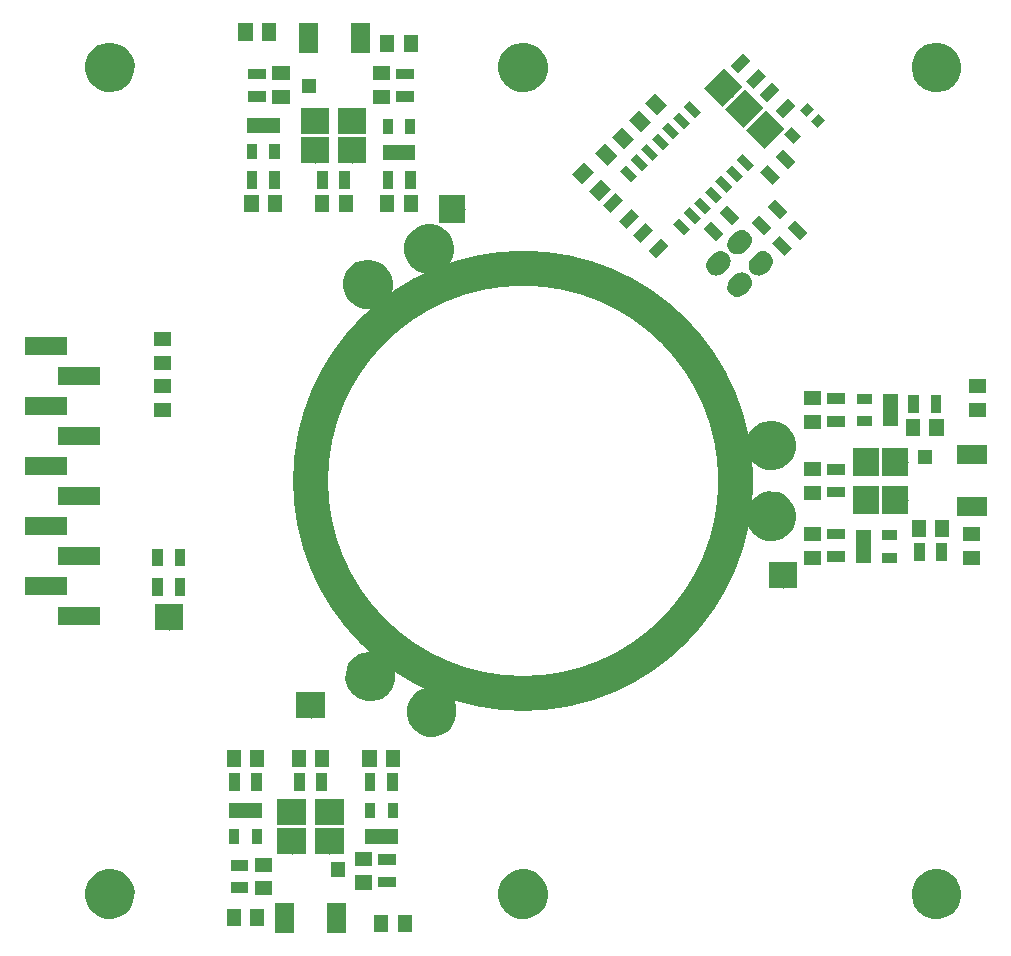
<source format=gbs>
G04 #@! TF.FileFunction,Soldermask,Bot*
%FSLAX46Y46*%
G04 Gerber Fmt 4.6, Leading zero omitted, Abs format (unit mm)*
G04 Created by KiCad (PCBNEW 4.0.2-stable) date Mon 19 Sep 2016 06:41:33 PM CEST*
%MOMM*%
G01*
G04 APERTURE LIST*
%ADD10C,0.100000*%
%ADD11C,3.000000*%
%ADD12C,0.250000*%
%ADD13C,0.200000*%
G04 APERTURE END LIST*
D10*
D11*
X118000000Y-100000000D02*
G75*
G03X118000000Y-100000000I-18000000J0D01*
G01*
D12*
X70000000Y-110500000D02*
X70000000Y-112500000D01*
X128000000Y-101600000D02*
X130000000Y-101600000D01*
X132500000Y-101600000D02*
X130500000Y-101600000D01*
X132500000Y-98400000D02*
X130500000Y-98400000D01*
X128000000Y-98400000D02*
X130000000Y-98400000D01*
X85500000Y-73000000D02*
X85500000Y-71000000D01*
X85500000Y-68500000D02*
X85500000Y-70500000D01*
X82400000Y-68500000D02*
X82400000Y-70500000D01*
X82400000Y-73000000D02*
X82400000Y-71000000D01*
X80400000Y-127000000D02*
X80400000Y-129000000D01*
X80400000Y-131500000D02*
X80400000Y-129500000D01*
X83600000Y-131500000D02*
X83600000Y-129500000D01*
X83600000Y-127000000D02*
X83600000Y-129000000D01*
X117651651Y-67415107D02*
X116237437Y-66000893D01*
X119419418Y-69182874D02*
X118005204Y-67768660D01*
X121187185Y-70950641D02*
X119772971Y-69536427D01*
X82000000Y-118000000D02*
X82000000Y-120000000D01*
X95000000Y-77000000D02*
X93000000Y-77000000D01*
X122000000Y-109000000D02*
X122000000Y-107000000D01*
D13*
X84300000Y-132400000D02*
X84300000Y-133400000D01*
X81900000Y-67100000D02*
X81900000Y-66100000D01*
X133500000Y-98000000D02*
X134500000Y-98000000D01*
D10*
G36*
X85000000Y-138250000D02*
X83400000Y-138250000D01*
X83400000Y-135750000D01*
X85000000Y-135750000D01*
X85000000Y-138250000D01*
X85000000Y-138250000D01*
G37*
G36*
X80600000Y-138250000D02*
X79000000Y-138250000D01*
X79000000Y-135750000D01*
X80600000Y-135750000D01*
X80600000Y-138250000D01*
X80600000Y-138250000D01*
G37*
G36*
X90600000Y-138225000D02*
X89400000Y-138225000D01*
X89400000Y-136775000D01*
X90600000Y-136775000D01*
X90600000Y-138225000D01*
X90600000Y-138225000D01*
G37*
G36*
X88600000Y-138225000D02*
X87400000Y-138225000D01*
X87400000Y-136775000D01*
X88600000Y-136775000D01*
X88600000Y-138225000D01*
X88600000Y-138225000D01*
G37*
G36*
X76100000Y-137725000D02*
X74900000Y-137725000D01*
X74900000Y-136275000D01*
X76100000Y-136275000D01*
X76100000Y-137725000D01*
X76100000Y-137725000D01*
G37*
G36*
X78100000Y-137725000D02*
X76900000Y-137725000D01*
X76900000Y-136275000D01*
X78100000Y-136275000D01*
X78100000Y-137725000D01*
X78100000Y-137725000D01*
G37*
G36*
X135220572Y-132901396D02*
X135623992Y-132984206D01*
X136003642Y-133143796D01*
X136345070Y-133374092D01*
X136635259Y-133666314D01*
X136863164Y-134009341D01*
X137020100Y-134390094D01*
X137100006Y-134793653D01*
X137100006Y-134793659D01*
X137100090Y-134794084D01*
X137093522Y-135264473D01*
X137093427Y-135264890D01*
X137093427Y-135264902D01*
X137002283Y-135666070D01*
X136834776Y-136042297D01*
X136597382Y-136378826D01*
X136299148Y-136662830D01*
X135951423Y-136883503D01*
X135567463Y-137032432D01*
X135161891Y-137103945D01*
X134750150Y-137095319D01*
X134347926Y-137006885D01*
X133970534Y-136842006D01*
X133632362Y-136606972D01*
X133346278Y-136310722D01*
X133123187Y-135964553D01*
X132971580Y-135581638D01*
X132897238Y-135176576D01*
X132902987Y-134764780D01*
X132988612Y-134361951D01*
X133150849Y-133983422D01*
X133383521Y-133643614D01*
X133677764Y-133355469D01*
X134022371Y-133129965D01*
X134404213Y-132975691D01*
X134808753Y-132898521D01*
X135220572Y-132901396D01*
X135220572Y-132901396D01*
G37*
G36*
X100220572Y-132901396D02*
X100623992Y-132984206D01*
X101003642Y-133143796D01*
X101345070Y-133374092D01*
X101635259Y-133666314D01*
X101863164Y-134009341D01*
X102020100Y-134390094D01*
X102100006Y-134793653D01*
X102100006Y-134793659D01*
X102100090Y-134794084D01*
X102093522Y-135264473D01*
X102093427Y-135264890D01*
X102093427Y-135264902D01*
X102002283Y-135666070D01*
X101834776Y-136042297D01*
X101597382Y-136378826D01*
X101299148Y-136662830D01*
X100951423Y-136883503D01*
X100567463Y-137032432D01*
X100161891Y-137103945D01*
X99750150Y-137095319D01*
X99347926Y-137006885D01*
X98970534Y-136842006D01*
X98632362Y-136606972D01*
X98346278Y-136310722D01*
X98123187Y-135964553D01*
X97971580Y-135581638D01*
X97897238Y-135176576D01*
X97902987Y-134764780D01*
X97988612Y-134361951D01*
X98150849Y-133983422D01*
X98383521Y-133643614D01*
X98677764Y-133355469D01*
X99022371Y-133129965D01*
X99404213Y-132975691D01*
X99808753Y-132898521D01*
X100220572Y-132901396D01*
X100220572Y-132901396D01*
G37*
G36*
X65220572Y-132901396D02*
X65623992Y-132984206D01*
X66003642Y-133143796D01*
X66345070Y-133374092D01*
X66635259Y-133666314D01*
X66863164Y-134009341D01*
X67020100Y-134390094D01*
X67100006Y-134793653D01*
X67100006Y-134793659D01*
X67100090Y-134794084D01*
X67093522Y-135264473D01*
X67093427Y-135264890D01*
X67093427Y-135264902D01*
X67002283Y-135666070D01*
X66834776Y-136042297D01*
X66597382Y-136378826D01*
X66299148Y-136662830D01*
X65951423Y-136883503D01*
X65567463Y-137032432D01*
X65161891Y-137103945D01*
X64750150Y-137095319D01*
X64347926Y-137006885D01*
X63970534Y-136842006D01*
X63632362Y-136606972D01*
X63346278Y-136310722D01*
X63123187Y-135964553D01*
X62971580Y-135581638D01*
X62897238Y-135176576D01*
X62902987Y-134764780D01*
X62988612Y-134361951D01*
X63150849Y-133983422D01*
X63383521Y-133643614D01*
X63677764Y-133355469D01*
X64022371Y-133129965D01*
X64404213Y-132975691D01*
X64808753Y-132898521D01*
X65220572Y-132901396D01*
X65220572Y-132901396D01*
G37*
G36*
X78725000Y-135100000D02*
X77275000Y-135100000D01*
X77275000Y-133900000D01*
X78725000Y-133900000D01*
X78725000Y-135100000D01*
X78725000Y-135100000D01*
G37*
G36*
X76750000Y-134900000D02*
X75250000Y-134900000D01*
X75250000Y-134000000D01*
X76750000Y-134000000D01*
X76750000Y-134900000D01*
X76750000Y-134900000D01*
G37*
G36*
X87225000Y-134600000D02*
X85775000Y-134600000D01*
X85775000Y-133400000D01*
X87225000Y-133400000D01*
X87225000Y-134600000D01*
X87225000Y-134600000D01*
G37*
G36*
X89250000Y-134400000D02*
X87750000Y-134400000D01*
X87750000Y-133500000D01*
X89250000Y-133500000D01*
X89250000Y-134400000D01*
X89250000Y-134400000D01*
G37*
G36*
X84900000Y-133500000D02*
X83700000Y-133500000D01*
X83700000Y-132300000D01*
X84900000Y-132300000D01*
X84900000Y-133500000D01*
X84900000Y-133500000D01*
G37*
G36*
X78725000Y-133100000D02*
X77275000Y-133100000D01*
X77275000Y-131900000D01*
X78725000Y-131900000D01*
X78725000Y-133100000D01*
X78725000Y-133100000D01*
G37*
G36*
X76750000Y-133000000D02*
X75250000Y-133000000D01*
X75250000Y-132100000D01*
X76750000Y-132100000D01*
X76750000Y-133000000D01*
X76750000Y-133000000D01*
G37*
G36*
X87225000Y-132600000D02*
X85775000Y-132600000D01*
X85775000Y-131400000D01*
X87225000Y-131400000D01*
X87225000Y-132600000D01*
X87225000Y-132600000D01*
G37*
G36*
X89250000Y-132500000D02*
X87750000Y-132500000D01*
X87750000Y-131600000D01*
X89250000Y-131600000D01*
X89250000Y-132500000D01*
X89250000Y-132500000D01*
G37*
G36*
X81600000Y-131600000D02*
X79200000Y-131600000D01*
X79200000Y-129400000D01*
X81600000Y-129400000D01*
X81600000Y-131600000D01*
X81600000Y-131600000D01*
G37*
G36*
X84800000Y-131600000D02*
X82400000Y-131600000D01*
X82400000Y-129400000D01*
X84800000Y-129400000D01*
X84800000Y-131600000D01*
X84800000Y-131600000D01*
G37*
G36*
X77875000Y-130730000D02*
X77025000Y-130730000D01*
X77025000Y-129470000D01*
X77875000Y-129470000D01*
X77875000Y-130730000D01*
X77875000Y-130730000D01*
G37*
G36*
X89375000Y-130730000D02*
X86625000Y-130730000D01*
X86625000Y-129470000D01*
X89375000Y-129470000D01*
X89375000Y-130730000D01*
X89375000Y-130730000D01*
G37*
G36*
X75975000Y-130730000D02*
X75125000Y-130730000D01*
X75125000Y-129470000D01*
X75975000Y-129470000D01*
X75975000Y-130730000D01*
X75975000Y-130730000D01*
G37*
G36*
X84800000Y-129100000D02*
X82400000Y-129100000D01*
X82400000Y-126900000D01*
X84800000Y-126900000D01*
X84800000Y-129100000D01*
X84800000Y-129100000D01*
G37*
G36*
X81600000Y-129100000D02*
X79200000Y-129100000D01*
X79200000Y-126900000D01*
X81600000Y-126900000D01*
X81600000Y-129100000D01*
X81600000Y-129100000D01*
G37*
G36*
X77875000Y-128530000D02*
X75125000Y-128530000D01*
X75125000Y-127270000D01*
X77875000Y-127270000D01*
X77875000Y-128530000D01*
X77875000Y-128530000D01*
G37*
G36*
X89375000Y-128530000D02*
X88525000Y-128530000D01*
X88525000Y-127270000D01*
X89375000Y-127270000D01*
X89375000Y-128530000D01*
X89375000Y-128530000D01*
G37*
G36*
X87475000Y-128530000D02*
X86625000Y-128530000D01*
X86625000Y-127270000D01*
X87475000Y-127270000D01*
X87475000Y-128530000D01*
X87475000Y-128530000D01*
G37*
G36*
X89400000Y-126250000D02*
X88500000Y-126250000D01*
X88500000Y-124750000D01*
X89400000Y-124750000D01*
X89400000Y-126250000D01*
X89400000Y-126250000D01*
G37*
G36*
X87500000Y-126250000D02*
X86600000Y-126250000D01*
X86600000Y-124750000D01*
X87500000Y-124750000D01*
X87500000Y-126250000D01*
X87500000Y-126250000D01*
G37*
G36*
X81500000Y-126250000D02*
X80600000Y-126250000D01*
X80600000Y-124750000D01*
X81500000Y-124750000D01*
X81500000Y-126250000D01*
X81500000Y-126250000D01*
G37*
G36*
X83400000Y-126250000D02*
X82500000Y-126250000D01*
X82500000Y-124750000D01*
X83400000Y-124750000D01*
X83400000Y-126250000D01*
X83400000Y-126250000D01*
G37*
G36*
X77900000Y-126250000D02*
X77000000Y-126250000D01*
X77000000Y-124750000D01*
X77900000Y-124750000D01*
X77900000Y-126250000D01*
X77900000Y-126250000D01*
G37*
G36*
X76000000Y-126250000D02*
X75100000Y-126250000D01*
X75100000Y-124750000D01*
X76000000Y-124750000D01*
X76000000Y-126250000D01*
X76000000Y-126250000D01*
G37*
G36*
X83600000Y-124225000D02*
X82400000Y-124225000D01*
X82400000Y-122775000D01*
X83600000Y-122775000D01*
X83600000Y-124225000D01*
X83600000Y-124225000D01*
G37*
G36*
X81600000Y-124225000D02*
X80400000Y-124225000D01*
X80400000Y-122775000D01*
X81600000Y-122775000D01*
X81600000Y-124225000D01*
X81600000Y-124225000D01*
G37*
G36*
X78100000Y-124225000D02*
X76900000Y-124225000D01*
X76900000Y-122775000D01*
X78100000Y-122775000D01*
X78100000Y-124225000D01*
X78100000Y-124225000D01*
G37*
G36*
X87600000Y-124225000D02*
X86400000Y-124225000D01*
X86400000Y-122775000D01*
X87600000Y-122775000D01*
X87600000Y-124225000D01*
X87600000Y-124225000D01*
G37*
G36*
X89600000Y-124225000D02*
X88400000Y-124225000D01*
X88400000Y-122775000D01*
X89600000Y-122775000D01*
X89600000Y-124225000D01*
X89600000Y-124225000D01*
G37*
G36*
X76100000Y-124225000D02*
X74900000Y-124225000D01*
X74900000Y-122775000D01*
X76100000Y-122775000D01*
X76100000Y-124225000D01*
X76100000Y-124225000D01*
G37*
G36*
X92478902Y-117463574D02*
X92882322Y-117546384D01*
X93261972Y-117705974D01*
X93603400Y-117936270D01*
X93893589Y-118228492D01*
X94121494Y-118571519D01*
X94278430Y-118952272D01*
X94358336Y-119355831D01*
X94358336Y-119355837D01*
X94358420Y-119356262D01*
X94351852Y-119826651D01*
X94351757Y-119827068D01*
X94351757Y-119827080D01*
X94260613Y-120228248D01*
X94093106Y-120604475D01*
X93855712Y-120941004D01*
X93557478Y-121225008D01*
X93209753Y-121445681D01*
X92825793Y-121594610D01*
X92420221Y-121666123D01*
X92008480Y-121657497D01*
X91606256Y-121569063D01*
X91228864Y-121404184D01*
X90890692Y-121169150D01*
X90604608Y-120872900D01*
X90381517Y-120526731D01*
X90229910Y-120143816D01*
X90155568Y-119738754D01*
X90161317Y-119326958D01*
X90246942Y-118924129D01*
X90409179Y-118545600D01*
X90641851Y-118205792D01*
X90936094Y-117917647D01*
X91280701Y-117692143D01*
X91662543Y-117537869D01*
X92067083Y-117460699D01*
X92478902Y-117463574D01*
X92478902Y-117463574D01*
G37*
G36*
X83200000Y-120100000D02*
X80800000Y-120100000D01*
X80800000Y-117900000D01*
X83200000Y-117900000D01*
X83200000Y-120100000D01*
X83200000Y-120100000D01*
G37*
G36*
X87282750Y-114463574D02*
X87686170Y-114546384D01*
X88065820Y-114705974D01*
X88407248Y-114936270D01*
X88697437Y-115228492D01*
X88925342Y-115571519D01*
X89082278Y-115952272D01*
X89162184Y-116355831D01*
X89162184Y-116355837D01*
X89162268Y-116356262D01*
X89155700Y-116826651D01*
X89155605Y-116827068D01*
X89155605Y-116827080D01*
X89064461Y-117228248D01*
X88896954Y-117604475D01*
X88659560Y-117941004D01*
X88361326Y-118225008D01*
X88013601Y-118445681D01*
X87629641Y-118594610D01*
X87224069Y-118666123D01*
X86812328Y-118657497D01*
X86410104Y-118569063D01*
X86032712Y-118404184D01*
X85694540Y-118169150D01*
X85408456Y-117872900D01*
X85185365Y-117526731D01*
X85033758Y-117143816D01*
X84959416Y-116738754D01*
X84965165Y-116326958D01*
X85050790Y-115924129D01*
X85213027Y-115545600D01*
X85445699Y-115205792D01*
X85739942Y-114917647D01*
X86084549Y-114692143D01*
X86466391Y-114537869D01*
X86870931Y-114460699D01*
X87282750Y-114463574D01*
X87282750Y-114463574D01*
G37*
G36*
X71200000Y-112600000D02*
X68800000Y-112600000D01*
X68800000Y-110400000D01*
X71200000Y-110400000D01*
X71200000Y-112600000D01*
X71200000Y-112600000D01*
G37*
G36*
X64200000Y-112165000D02*
X60600000Y-112165000D01*
X60600000Y-110695000D01*
X64200000Y-110695000D01*
X64200000Y-112165000D01*
X64200000Y-112165000D01*
G37*
G36*
X69500000Y-109750000D02*
X68600000Y-109750000D01*
X68600000Y-108250000D01*
X69500000Y-108250000D01*
X69500000Y-109750000D01*
X69500000Y-109750000D01*
G37*
G36*
X71400000Y-109750000D02*
X70500000Y-109750000D01*
X70500000Y-108250000D01*
X71400000Y-108250000D01*
X71400000Y-109750000D01*
X71400000Y-109750000D01*
G37*
G36*
X61400000Y-109625000D02*
X57800000Y-109625000D01*
X57800000Y-108155000D01*
X61400000Y-108155000D01*
X61400000Y-109625000D01*
X61400000Y-109625000D01*
G37*
G36*
X123200000Y-109100000D02*
X120800000Y-109100000D01*
X120800000Y-106900000D01*
X123200000Y-106900000D01*
X123200000Y-109100000D01*
X123200000Y-109100000D01*
G37*
G36*
X69500000Y-107250000D02*
X68600000Y-107250000D01*
X68600000Y-105750000D01*
X69500000Y-105750000D01*
X69500000Y-107250000D01*
X69500000Y-107250000D01*
G37*
G36*
X71400000Y-107250000D02*
X70500000Y-107250000D01*
X70500000Y-105750000D01*
X71400000Y-105750000D01*
X71400000Y-107250000D01*
X71400000Y-107250000D01*
G37*
G36*
X138725000Y-107100000D02*
X137275000Y-107100000D01*
X137275000Y-105900000D01*
X138725000Y-105900000D01*
X138725000Y-107100000D01*
X138725000Y-107100000D01*
G37*
G36*
X125225000Y-107100000D02*
X123775000Y-107100000D01*
X123775000Y-105900000D01*
X125225000Y-105900000D01*
X125225000Y-107100000D01*
X125225000Y-107100000D01*
G37*
G36*
X64200000Y-107085000D02*
X60600000Y-107085000D01*
X60600000Y-105615000D01*
X64200000Y-105615000D01*
X64200000Y-107085000D01*
X64200000Y-107085000D01*
G37*
G36*
X129430000Y-106925000D02*
X128170000Y-106925000D01*
X128170000Y-104175000D01*
X129430000Y-104175000D01*
X129430000Y-106925000D01*
X129430000Y-106925000D01*
G37*
G36*
X131630000Y-106925000D02*
X130370000Y-106925000D01*
X130370000Y-106075000D01*
X131630000Y-106075000D01*
X131630000Y-106925000D01*
X131630000Y-106925000D01*
G37*
G36*
X127250000Y-106850000D02*
X125750000Y-106850000D01*
X125750000Y-105950000D01*
X127250000Y-105950000D01*
X127250000Y-106850000D01*
X127250000Y-106850000D01*
G37*
G36*
X135900000Y-106750000D02*
X135000000Y-106750000D01*
X135000000Y-105250000D01*
X135900000Y-105250000D01*
X135900000Y-106750000D01*
X135900000Y-106750000D01*
G37*
G36*
X134000000Y-106750000D02*
X133100000Y-106750000D01*
X133100000Y-105250000D01*
X134000000Y-105250000D01*
X134000000Y-106750000D01*
X134000000Y-106750000D01*
G37*
G36*
X121220572Y-100901396D02*
X121623992Y-100984206D01*
X122003642Y-101143796D01*
X122345070Y-101374092D01*
X122635259Y-101666314D01*
X122863164Y-102009341D01*
X123020100Y-102390094D01*
X123100006Y-102793653D01*
X123100006Y-102793659D01*
X123100090Y-102794084D01*
X123093522Y-103264473D01*
X123093427Y-103264890D01*
X123093427Y-103264902D01*
X123002283Y-103666070D01*
X122834776Y-104042297D01*
X122597382Y-104378826D01*
X122299148Y-104662830D01*
X121951423Y-104883503D01*
X121567463Y-105032432D01*
X121161891Y-105103945D01*
X120750150Y-105095319D01*
X120347926Y-105006885D01*
X119970534Y-104842006D01*
X119632362Y-104606972D01*
X119346278Y-104310722D01*
X119123187Y-103964553D01*
X118971580Y-103581638D01*
X118897238Y-103176576D01*
X118902987Y-102764780D01*
X118988612Y-102361951D01*
X119150849Y-101983422D01*
X119383521Y-101643614D01*
X119677764Y-101355469D01*
X120022371Y-101129965D01*
X120404213Y-100975691D01*
X120808753Y-100898521D01*
X121220572Y-100901396D01*
X121220572Y-100901396D01*
G37*
G36*
X138725000Y-105100000D02*
X137275000Y-105100000D01*
X137275000Y-103900000D01*
X138725000Y-103900000D01*
X138725000Y-105100000D01*
X138725000Y-105100000D01*
G37*
G36*
X125225000Y-105100000D02*
X123775000Y-105100000D01*
X123775000Y-103900000D01*
X125225000Y-103900000D01*
X125225000Y-105100000D01*
X125225000Y-105100000D01*
G37*
G36*
X131630000Y-105025000D02*
X130370000Y-105025000D01*
X130370000Y-104175000D01*
X131630000Y-104175000D01*
X131630000Y-105025000D01*
X131630000Y-105025000D01*
G37*
G36*
X127250000Y-104950000D02*
X125750000Y-104950000D01*
X125750000Y-104050000D01*
X127250000Y-104050000D01*
X127250000Y-104950000D01*
X127250000Y-104950000D01*
G37*
G36*
X134100000Y-104725000D02*
X132900000Y-104725000D01*
X132900000Y-103275000D01*
X134100000Y-103275000D01*
X134100000Y-104725000D01*
X134100000Y-104725000D01*
G37*
G36*
X136100000Y-104725000D02*
X134900000Y-104725000D01*
X134900000Y-103275000D01*
X136100000Y-103275000D01*
X136100000Y-104725000D01*
X136100000Y-104725000D01*
G37*
G36*
X61400000Y-104545000D02*
X57800000Y-104545000D01*
X57800000Y-103075000D01*
X61400000Y-103075000D01*
X61400000Y-104545000D01*
X61400000Y-104545000D01*
G37*
G36*
X139250000Y-103000000D02*
X136750000Y-103000000D01*
X136750000Y-101400000D01*
X139250000Y-101400000D01*
X139250000Y-103000000D01*
X139250000Y-103000000D01*
G37*
G36*
X130100000Y-102800000D02*
X127900000Y-102800000D01*
X127900000Y-100400000D01*
X130100000Y-100400000D01*
X130100000Y-102800000D01*
X130100000Y-102800000D01*
G37*
G36*
X132600000Y-102800000D02*
X130400000Y-102800000D01*
X130400000Y-100400000D01*
X132600000Y-100400000D01*
X132600000Y-102800000D01*
X132600000Y-102800000D01*
G37*
G36*
X64200000Y-102005000D02*
X60600000Y-102005000D01*
X60600000Y-100535000D01*
X64200000Y-100535000D01*
X64200000Y-102005000D01*
X64200000Y-102005000D01*
G37*
G36*
X125225000Y-101600000D02*
X123775000Y-101600000D01*
X123775000Y-100400000D01*
X125225000Y-100400000D01*
X125225000Y-101600000D01*
X125225000Y-101600000D01*
G37*
G36*
X127250000Y-101400000D02*
X125750000Y-101400000D01*
X125750000Y-100500000D01*
X127250000Y-100500000D01*
X127250000Y-101400000D01*
X127250000Y-101400000D01*
G37*
G36*
X130100000Y-99600000D02*
X127900000Y-99600000D01*
X127900000Y-97200000D01*
X130100000Y-97200000D01*
X130100000Y-99600000D01*
X130100000Y-99600000D01*
G37*
G36*
X132600000Y-99600000D02*
X130400000Y-99600000D01*
X130400000Y-97200000D01*
X132600000Y-97200000D01*
X132600000Y-99600000D01*
X132600000Y-99600000D01*
G37*
G36*
X125225000Y-99600000D02*
X123775000Y-99600000D01*
X123775000Y-98400000D01*
X125225000Y-98400000D01*
X125225000Y-99600000D01*
X125225000Y-99600000D01*
G37*
G36*
X127250000Y-99500000D02*
X125750000Y-99500000D01*
X125750000Y-98600000D01*
X127250000Y-98600000D01*
X127250000Y-99500000D01*
X127250000Y-99500000D01*
G37*
G36*
X61400000Y-99465000D02*
X57800000Y-99465000D01*
X57800000Y-97995000D01*
X61400000Y-97995000D01*
X61400000Y-99465000D01*
X61400000Y-99465000D01*
G37*
G36*
X121220572Y-94901396D02*
X121623992Y-94984206D01*
X122003642Y-95143796D01*
X122345070Y-95374092D01*
X122635259Y-95666314D01*
X122863164Y-96009341D01*
X123020100Y-96390094D01*
X123100006Y-96793653D01*
X123100006Y-96793659D01*
X123100090Y-96794084D01*
X123093522Y-97264473D01*
X123093427Y-97264890D01*
X123093427Y-97264902D01*
X123002283Y-97666070D01*
X122834776Y-98042297D01*
X122597382Y-98378826D01*
X122299148Y-98662830D01*
X121951423Y-98883503D01*
X121567463Y-99032432D01*
X121161891Y-99103945D01*
X120750150Y-99095319D01*
X120347926Y-99006885D01*
X119970534Y-98842006D01*
X119632362Y-98606972D01*
X119346278Y-98310722D01*
X119123187Y-97964553D01*
X118971580Y-97581638D01*
X118897238Y-97176576D01*
X118902987Y-96764780D01*
X118988612Y-96361951D01*
X119150849Y-95983422D01*
X119383521Y-95643614D01*
X119677764Y-95355469D01*
X120022371Y-95129965D01*
X120404213Y-94975691D01*
X120808753Y-94898521D01*
X121220572Y-94901396D01*
X121220572Y-94901396D01*
G37*
G36*
X139250000Y-98600000D02*
X136750000Y-98600000D01*
X136750000Y-97000000D01*
X139250000Y-97000000D01*
X139250000Y-98600000D01*
X139250000Y-98600000D01*
G37*
G36*
X134600000Y-98600000D02*
X133400000Y-98600000D01*
X133400000Y-97400000D01*
X134600000Y-97400000D01*
X134600000Y-98600000D01*
X134600000Y-98600000D01*
G37*
G36*
X64200000Y-96925000D02*
X60600000Y-96925000D01*
X60600000Y-95455000D01*
X64200000Y-95455000D01*
X64200000Y-96925000D01*
X64200000Y-96925000D01*
G37*
G36*
X135600000Y-96225000D02*
X134400000Y-96225000D01*
X134400000Y-94775000D01*
X135600000Y-94775000D01*
X135600000Y-96225000D01*
X135600000Y-96225000D01*
G37*
G36*
X133600000Y-96225000D02*
X132400000Y-96225000D01*
X132400000Y-94775000D01*
X133600000Y-94775000D01*
X133600000Y-96225000D01*
X133600000Y-96225000D01*
G37*
G36*
X125225000Y-95600000D02*
X123775000Y-95600000D01*
X123775000Y-94400000D01*
X125225000Y-94400000D01*
X125225000Y-95600000D01*
X125225000Y-95600000D01*
G37*
G36*
X127250000Y-95400000D02*
X125750000Y-95400000D01*
X125750000Y-94500000D01*
X127250000Y-94500000D01*
X127250000Y-95400000D01*
X127250000Y-95400000D01*
G37*
G36*
X129530000Y-95375000D02*
X128270000Y-95375000D01*
X128270000Y-94525000D01*
X129530000Y-94525000D01*
X129530000Y-95375000D01*
X129530000Y-95375000D01*
G37*
G36*
X131730000Y-95375000D02*
X130470000Y-95375000D01*
X130470000Y-92625000D01*
X131730000Y-92625000D01*
X131730000Y-95375000D01*
X131730000Y-95375000D01*
G37*
G36*
X139225000Y-94600000D02*
X137775000Y-94600000D01*
X137775000Y-93400000D01*
X139225000Y-93400000D01*
X139225000Y-94600000D01*
X139225000Y-94600000D01*
G37*
G36*
X70225000Y-94600000D02*
X68775000Y-94600000D01*
X68775000Y-93400000D01*
X70225000Y-93400000D01*
X70225000Y-94600000D01*
X70225000Y-94600000D01*
G37*
G36*
X61400000Y-94385000D02*
X57800000Y-94385000D01*
X57800000Y-92915000D01*
X61400000Y-92915000D01*
X61400000Y-94385000D01*
X61400000Y-94385000D01*
G37*
G36*
X133500000Y-94250000D02*
X132600000Y-94250000D01*
X132600000Y-92750000D01*
X133500000Y-92750000D01*
X133500000Y-94250000D01*
X133500000Y-94250000D01*
G37*
G36*
X135400000Y-94250000D02*
X134500000Y-94250000D01*
X134500000Y-92750000D01*
X135400000Y-92750000D01*
X135400000Y-94250000D01*
X135400000Y-94250000D01*
G37*
G36*
X125225000Y-93600000D02*
X123775000Y-93600000D01*
X123775000Y-92400000D01*
X125225000Y-92400000D01*
X125225000Y-93600000D01*
X125225000Y-93600000D01*
G37*
G36*
X127250000Y-93500000D02*
X125750000Y-93500000D01*
X125750000Y-92600000D01*
X127250000Y-92600000D01*
X127250000Y-93500000D01*
X127250000Y-93500000D01*
G37*
G36*
X129530000Y-93475000D02*
X128270000Y-93475000D01*
X128270000Y-92625000D01*
X129530000Y-92625000D01*
X129530000Y-93475000D01*
X129530000Y-93475000D01*
G37*
G36*
X70225000Y-92600000D02*
X68775000Y-92600000D01*
X68775000Y-91400000D01*
X70225000Y-91400000D01*
X70225000Y-92600000D01*
X70225000Y-92600000D01*
G37*
G36*
X139225000Y-92600000D02*
X137775000Y-92600000D01*
X137775000Y-91400000D01*
X139225000Y-91400000D01*
X139225000Y-92600000D01*
X139225000Y-92600000D01*
G37*
G36*
X64200000Y-91845000D02*
X60600000Y-91845000D01*
X60600000Y-90375000D01*
X64200000Y-90375000D01*
X64200000Y-91845000D01*
X64200000Y-91845000D01*
G37*
G36*
X70225000Y-90600000D02*
X68775000Y-90600000D01*
X68775000Y-89400000D01*
X70225000Y-89400000D01*
X70225000Y-90600000D01*
X70225000Y-90600000D01*
G37*
G36*
X61400000Y-89305000D02*
X57800000Y-89305000D01*
X57800000Y-87835000D01*
X61400000Y-87835000D01*
X61400000Y-89305000D01*
X61400000Y-89305000D01*
G37*
G36*
X70225000Y-88600000D02*
X68775000Y-88600000D01*
X68775000Y-87400000D01*
X70225000Y-87400000D01*
X70225000Y-88600000D01*
X70225000Y-88600000D01*
G37*
G36*
X87078267Y-81272231D02*
X87481687Y-81355041D01*
X87861337Y-81514631D01*
X88202765Y-81744927D01*
X88492954Y-82037149D01*
X88720859Y-82380176D01*
X88877795Y-82760929D01*
X88957701Y-83164488D01*
X88957701Y-83164494D01*
X88957785Y-83164919D01*
X88951217Y-83635308D01*
X88951122Y-83635725D01*
X88951122Y-83635737D01*
X88859978Y-84036905D01*
X88692471Y-84413132D01*
X88455077Y-84749661D01*
X88156843Y-85033665D01*
X87809118Y-85254338D01*
X87425158Y-85403267D01*
X87019586Y-85474780D01*
X86607845Y-85466154D01*
X86205621Y-85377720D01*
X85828229Y-85212841D01*
X85490057Y-84977807D01*
X85203973Y-84681557D01*
X84980882Y-84335388D01*
X84829275Y-83952473D01*
X84754933Y-83547411D01*
X84760682Y-83135615D01*
X84846307Y-82732786D01*
X85008544Y-82354257D01*
X85241216Y-82014449D01*
X85535459Y-81726304D01*
X85880066Y-81500800D01*
X86261908Y-81346526D01*
X86666448Y-81269356D01*
X87078267Y-81272231D01*
X87078267Y-81272231D01*
G37*
G36*
X118672080Y-82372463D02*
X118832614Y-82422771D01*
X118980320Y-82503302D01*
X118980353Y-82503329D01*
X118980367Y-82503337D01*
X119109569Y-82610986D01*
X119215407Y-82741684D01*
X119215411Y-82741691D01*
X119215443Y-82741731D01*
X119293904Y-82890547D01*
X119341966Y-83051769D01*
X119357799Y-83219255D01*
X119340798Y-83386626D01*
X119291612Y-83547509D01*
X119212112Y-83695773D01*
X119105330Y-83825772D01*
X118761220Y-84169882D01*
X118752651Y-84178333D01*
X118621173Y-84283290D01*
X118471813Y-84360711D01*
X118310260Y-84407647D01*
X118142668Y-84422309D01*
X117975418Y-84404139D01*
X117814884Y-84353831D01*
X117667178Y-84273300D01*
X117667147Y-84273274D01*
X117667134Y-84273267D01*
X117537928Y-84165616D01*
X117432089Y-84034915D01*
X117432086Y-84034909D01*
X117432055Y-84034871D01*
X117353594Y-83886055D01*
X117305532Y-83724833D01*
X117289699Y-83557347D01*
X117306700Y-83389976D01*
X117355886Y-83229093D01*
X117435386Y-83080829D01*
X117542168Y-82950830D01*
X117886278Y-82606720D01*
X117894847Y-82598269D01*
X118026325Y-82493312D01*
X118175685Y-82415891D01*
X118337238Y-82368955D01*
X118504830Y-82354293D01*
X118672080Y-82372463D01*
X118672080Y-82372463D01*
G37*
G36*
X120468131Y-80576412D02*
X120628665Y-80626720D01*
X120776371Y-80707251D01*
X120776404Y-80707278D01*
X120776418Y-80707286D01*
X120905620Y-80814935D01*
X121011458Y-80945633D01*
X121011462Y-80945640D01*
X121011494Y-80945680D01*
X121089955Y-81094496D01*
X121138017Y-81255718D01*
X121153850Y-81423204D01*
X121136849Y-81590575D01*
X121087663Y-81751458D01*
X121008163Y-81899722D01*
X120901381Y-82029721D01*
X120557271Y-82373831D01*
X120548702Y-82382282D01*
X120417224Y-82487239D01*
X120267864Y-82564660D01*
X120106311Y-82611596D01*
X119938719Y-82626258D01*
X119771469Y-82608088D01*
X119610935Y-82557780D01*
X119463229Y-82477249D01*
X119463198Y-82477223D01*
X119463185Y-82477216D01*
X119333979Y-82369565D01*
X119228140Y-82238864D01*
X119228137Y-82238858D01*
X119228106Y-82238820D01*
X119149645Y-82090004D01*
X119101583Y-81928782D01*
X119085750Y-81761296D01*
X119102751Y-81593925D01*
X119151937Y-81433042D01*
X119231437Y-81284778D01*
X119338219Y-81154779D01*
X119682329Y-80810669D01*
X119690898Y-80802218D01*
X119822376Y-80697261D01*
X119971736Y-80619840D01*
X120133289Y-80572904D01*
X120300881Y-80558242D01*
X120468131Y-80576412D01*
X120468131Y-80576412D01*
G37*
G36*
X116876029Y-80576412D02*
X117036563Y-80626720D01*
X117184269Y-80707251D01*
X117184302Y-80707278D01*
X117184316Y-80707286D01*
X117313518Y-80814935D01*
X117419356Y-80945633D01*
X117419360Y-80945640D01*
X117419392Y-80945680D01*
X117497853Y-81094496D01*
X117545915Y-81255718D01*
X117561748Y-81423204D01*
X117544747Y-81590575D01*
X117495561Y-81751458D01*
X117416061Y-81899722D01*
X117309279Y-82029721D01*
X116965169Y-82373831D01*
X116956600Y-82382282D01*
X116825122Y-82487239D01*
X116675762Y-82564660D01*
X116514209Y-82611596D01*
X116346617Y-82626258D01*
X116179367Y-82608088D01*
X116018833Y-82557780D01*
X115871127Y-82477249D01*
X115871096Y-82477223D01*
X115871083Y-82477216D01*
X115741877Y-82369565D01*
X115636038Y-82238864D01*
X115636035Y-82238858D01*
X115636004Y-82238820D01*
X115557543Y-82090004D01*
X115509481Y-81928782D01*
X115493648Y-81761296D01*
X115510649Y-81593925D01*
X115559835Y-81433042D01*
X115639335Y-81284778D01*
X115746117Y-81154779D01*
X116090227Y-80810669D01*
X116098796Y-80802218D01*
X116230274Y-80697261D01*
X116379634Y-80619840D01*
X116541187Y-80572904D01*
X116708779Y-80558242D01*
X116876029Y-80576412D01*
X116876029Y-80576412D01*
G37*
G36*
X92274420Y-78272231D02*
X92677840Y-78355041D01*
X93057490Y-78514631D01*
X93398918Y-78744927D01*
X93689107Y-79037149D01*
X93917012Y-79380176D01*
X94073948Y-79760929D01*
X94153854Y-80164488D01*
X94153854Y-80164494D01*
X94153938Y-80164919D01*
X94147370Y-80635308D01*
X94147275Y-80635725D01*
X94147275Y-80635737D01*
X94056131Y-81036905D01*
X93888624Y-81413132D01*
X93651230Y-81749661D01*
X93352996Y-82033665D01*
X93005271Y-82254338D01*
X92621311Y-82403267D01*
X92215739Y-82474780D01*
X91803998Y-82466154D01*
X91401774Y-82377720D01*
X91024382Y-82212841D01*
X90686210Y-81977807D01*
X90400126Y-81681557D01*
X90177035Y-81335388D01*
X90025428Y-80952473D01*
X89951086Y-80547411D01*
X89956835Y-80135615D01*
X90042460Y-79732786D01*
X90204697Y-79354257D01*
X90437369Y-79014449D01*
X90731612Y-78726304D01*
X91076219Y-78500800D01*
X91458061Y-78346526D01*
X91862601Y-78269356D01*
X92274420Y-78272231D01*
X92274420Y-78272231D01*
G37*
G36*
X112312994Y-80107673D02*
X111252334Y-81168333D01*
X110615938Y-80531937D01*
X111676598Y-79471277D01*
X112312994Y-80107673D01*
X112312994Y-80107673D01*
G37*
G36*
X122778175Y-80319805D02*
X122141779Y-80956201D01*
X121081119Y-79895541D01*
X121717515Y-79259145D01*
X122778175Y-80319805D01*
X122778175Y-80319805D01*
G37*
G36*
X118672080Y-78780361D02*
X118832614Y-78830669D01*
X118980320Y-78911200D01*
X118980353Y-78911227D01*
X118980367Y-78911235D01*
X119109569Y-79018884D01*
X119215407Y-79149582D01*
X119215411Y-79149589D01*
X119215443Y-79149629D01*
X119293904Y-79298445D01*
X119341966Y-79459667D01*
X119357799Y-79627153D01*
X119340798Y-79794524D01*
X119291612Y-79955407D01*
X119212112Y-80103671D01*
X119105330Y-80233670D01*
X118761220Y-80577780D01*
X118752651Y-80586231D01*
X118621173Y-80691188D01*
X118471813Y-80768609D01*
X118310260Y-80815545D01*
X118142668Y-80830207D01*
X117975418Y-80812037D01*
X117814884Y-80761729D01*
X117667178Y-80681198D01*
X117667147Y-80681172D01*
X117667134Y-80681165D01*
X117537928Y-80573514D01*
X117432089Y-80442813D01*
X117432086Y-80442807D01*
X117432055Y-80442769D01*
X117353594Y-80293953D01*
X117305532Y-80132731D01*
X117289699Y-79965245D01*
X117306700Y-79797874D01*
X117355886Y-79636991D01*
X117435386Y-79488727D01*
X117542168Y-79358728D01*
X117886278Y-79014618D01*
X117894847Y-79006167D01*
X118026325Y-78901210D01*
X118175685Y-78823789D01*
X118337238Y-78776853D01*
X118504830Y-78762191D01*
X118672080Y-78780361D01*
X118672080Y-78780361D01*
G37*
G36*
X110969492Y-78764171D02*
X109908832Y-79824831D01*
X109272436Y-79188435D01*
X110333096Y-78127775D01*
X110969492Y-78764171D01*
X110969492Y-78764171D01*
G37*
G36*
X116944544Y-79082368D02*
X116308148Y-79718764D01*
X115247488Y-78658104D01*
X115883884Y-78021708D01*
X116944544Y-79082368D01*
X116944544Y-79082368D01*
G37*
G36*
X124121677Y-78976303D02*
X123485281Y-79612699D01*
X122424621Y-78552039D01*
X123061017Y-77915643D01*
X124121677Y-78976303D01*
X124121677Y-78976303D01*
G37*
G36*
X121010408Y-78552038D02*
X120374012Y-79188434D01*
X119313352Y-78127774D01*
X119949748Y-77491378D01*
X121010408Y-78552038D01*
X121010408Y-78552038D01*
G37*
G36*
X114128491Y-78678963D02*
X113627859Y-79179595D01*
X112678215Y-78229951D01*
X113178847Y-77729319D01*
X114128491Y-78678963D01*
X114128491Y-78678963D01*
G37*
G36*
X109802765Y-77597444D02*
X108742105Y-78658104D01*
X108105709Y-78021708D01*
X109166369Y-76961048D01*
X109802765Y-77597444D01*
X109802765Y-77597444D01*
G37*
G36*
X118288046Y-77738866D02*
X117651650Y-78375262D01*
X116590990Y-77314602D01*
X117227386Y-76678206D01*
X118288046Y-77738866D01*
X118288046Y-77738866D01*
G37*
G36*
X115026516Y-77780938D02*
X114525884Y-78281570D01*
X113576240Y-77331926D01*
X114076872Y-76831294D01*
X115026516Y-77780938D01*
X115026516Y-77780938D01*
G37*
G36*
X95100000Y-78200000D02*
X92900000Y-78200000D01*
X92900000Y-75800000D01*
X95100000Y-75800000D01*
X95100000Y-78200000D01*
X95100000Y-78200000D01*
G37*
G36*
X122353910Y-77208536D02*
X121717514Y-77844932D01*
X120656854Y-76784272D01*
X121293250Y-76147876D01*
X122353910Y-77208536D01*
X122353910Y-77208536D01*
G37*
G36*
X115924542Y-76882912D02*
X115423910Y-77383544D01*
X114474266Y-76433900D01*
X114974898Y-75933268D01*
X115924542Y-76882912D01*
X115924542Y-76882912D01*
G37*
G36*
X108459263Y-76253942D02*
X107398603Y-77314602D01*
X106762207Y-76678206D01*
X107822867Y-75617546D01*
X108459263Y-76253942D01*
X108459263Y-76253942D01*
G37*
G36*
X83600000Y-77225000D02*
X82400000Y-77225000D01*
X82400000Y-75775000D01*
X83600000Y-75775000D01*
X83600000Y-77225000D01*
X83600000Y-77225000D01*
G37*
G36*
X79600000Y-77225000D02*
X78400000Y-77225000D01*
X78400000Y-75775000D01*
X79600000Y-75775000D01*
X79600000Y-77225000D01*
X79600000Y-77225000D01*
G37*
G36*
X77600000Y-77225000D02*
X76400000Y-77225000D01*
X76400000Y-75775000D01*
X77600000Y-75775000D01*
X77600000Y-77225000D01*
X77600000Y-77225000D01*
G37*
G36*
X85600000Y-77225000D02*
X84400000Y-77225000D01*
X84400000Y-75775000D01*
X85600000Y-75775000D01*
X85600000Y-77225000D01*
X85600000Y-77225000D01*
G37*
G36*
X89100000Y-77225000D02*
X87900000Y-77225000D01*
X87900000Y-75775000D01*
X89100000Y-75775000D01*
X89100000Y-77225000D01*
X89100000Y-77225000D01*
G37*
G36*
X91100000Y-77225000D02*
X89900000Y-77225000D01*
X89900000Y-75775000D01*
X91100000Y-75775000D01*
X91100000Y-77225000D01*
X91100000Y-77225000D01*
G37*
G36*
X116822568Y-75984887D02*
X116321936Y-76485519D01*
X115372292Y-75535875D01*
X115872924Y-75035243D01*
X116822568Y-75984887D01*
X116822568Y-75984887D01*
G37*
G36*
X107451636Y-75281670D02*
X106426331Y-76306975D01*
X105577802Y-75458446D01*
X106603107Y-74433141D01*
X107451636Y-75281670D01*
X107451636Y-75281670D01*
G37*
G36*
X117720593Y-75086861D02*
X117219961Y-75587493D01*
X116270317Y-74637849D01*
X116770949Y-74137217D01*
X117720593Y-75086861D01*
X117720593Y-75086861D01*
G37*
G36*
X79400000Y-75250000D02*
X78500000Y-75250000D01*
X78500000Y-73750000D01*
X79400000Y-73750000D01*
X79400000Y-75250000D01*
X79400000Y-75250000D01*
G37*
G36*
X90900000Y-75250000D02*
X90000000Y-75250000D01*
X90000000Y-73750000D01*
X90900000Y-73750000D01*
X90900000Y-75250000D01*
X90900000Y-75250000D01*
G37*
G36*
X89000000Y-75250000D02*
X88100000Y-75250000D01*
X88100000Y-73750000D01*
X89000000Y-73750000D01*
X89000000Y-75250000D01*
X89000000Y-75250000D01*
G37*
G36*
X77500000Y-75250000D02*
X76600000Y-75250000D01*
X76600000Y-73750000D01*
X77500000Y-73750000D01*
X77500000Y-75250000D01*
X77500000Y-75250000D01*
G37*
G36*
X83450000Y-75250000D02*
X82550000Y-75250000D01*
X82550000Y-73750000D01*
X83450000Y-73750000D01*
X83450000Y-75250000D01*
X83450000Y-75250000D01*
G37*
G36*
X85350000Y-75250000D02*
X84450000Y-75250000D01*
X84450000Y-73750000D01*
X85350000Y-73750000D01*
X85350000Y-75250000D01*
X85350000Y-75250000D01*
G37*
G36*
X121717515Y-74309397D02*
X121081119Y-74945793D01*
X120020459Y-73885133D01*
X120656855Y-73248737D01*
X121717515Y-74309397D01*
X121717515Y-74309397D01*
G37*
G36*
X106037422Y-73867456D02*
X105012117Y-74892761D01*
X104163588Y-74044232D01*
X105188893Y-73018927D01*
X106037422Y-73867456D01*
X106037422Y-73867456D01*
G37*
G36*
X118618619Y-74188835D02*
X118117987Y-74689467D01*
X117168343Y-73739823D01*
X117668975Y-73239191D01*
X118618619Y-74188835D01*
X118618619Y-74188835D01*
G37*
G36*
X109638363Y-74188835D02*
X109137731Y-74689467D01*
X108188087Y-73739823D01*
X108688719Y-73239191D01*
X109638363Y-74188835D01*
X109638363Y-74188835D01*
G37*
G36*
X110536388Y-73290810D02*
X110035756Y-73791442D01*
X109086112Y-72841798D01*
X109586744Y-72341166D01*
X110536388Y-73290810D01*
X110536388Y-73290810D01*
G37*
G36*
X119516644Y-73290810D02*
X119016012Y-73791442D01*
X118066368Y-72841798D01*
X118567000Y-72341166D01*
X119516644Y-73290810D01*
X119516644Y-73290810D01*
G37*
G36*
X123061017Y-72965895D02*
X122424621Y-73602291D01*
X121363961Y-72541631D01*
X122000357Y-71905235D01*
X123061017Y-72965895D01*
X123061017Y-72965895D01*
G37*
G36*
X107981965Y-72453242D02*
X107133436Y-73301771D01*
X106108131Y-72276466D01*
X106956660Y-71427937D01*
X107981965Y-72453242D01*
X107981965Y-72453242D01*
G37*
G36*
X86700000Y-73100000D02*
X84300000Y-73100000D01*
X84300000Y-70900000D01*
X86700000Y-70900000D01*
X86700000Y-73100000D01*
X86700000Y-73100000D01*
G37*
G36*
X83600000Y-73100000D02*
X81200000Y-73100000D01*
X81200000Y-70900000D01*
X83600000Y-70900000D01*
X83600000Y-73100000D01*
X83600000Y-73100000D01*
G37*
G36*
X111434414Y-72392784D02*
X110933782Y-72893416D01*
X109984138Y-71943772D01*
X110484770Y-71443140D01*
X111434414Y-72392784D01*
X111434414Y-72392784D01*
G37*
G36*
X90875000Y-72830000D02*
X88125000Y-72830000D01*
X88125000Y-71570000D01*
X90875000Y-71570000D01*
X90875000Y-72830000D01*
X90875000Y-72830000D01*
G37*
G36*
X77475000Y-72730000D02*
X76625000Y-72730000D01*
X76625000Y-71470000D01*
X77475000Y-71470000D01*
X77475000Y-72730000D01*
X77475000Y-72730000D01*
G37*
G36*
X79375000Y-72730000D02*
X78525000Y-72730000D01*
X78525000Y-71470000D01*
X79375000Y-71470000D01*
X79375000Y-72730000D01*
X79375000Y-72730000D01*
G37*
G36*
X112332440Y-71494759D02*
X111831808Y-71995391D01*
X110882164Y-71045747D01*
X111382796Y-70545115D01*
X112332440Y-71494759D01*
X112332440Y-71494759D01*
G37*
G36*
X109396179Y-71039028D02*
X108547650Y-71887557D01*
X107522345Y-70862252D01*
X108370874Y-70013723D01*
X109396179Y-71039028D01*
X109396179Y-71039028D01*
G37*
G36*
X122106424Y-70172823D02*
X120409367Y-71869880D01*
X118853732Y-70314245D01*
X120550789Y-68617188D01*
X122106424Y-70172823D01*
X122106424Y-70172823D01*
G37*
G36*
X123520637Y-70809219D02*
X122884241Y-71445615D01*
X122106423Y-70667797D01*
X122742819Y-70031401D01*
X123520637Y-70809219D01*
X123520637Y-70809219D01*
G37*
G36*
X113230465Y-70596733D02*
X112729833Y-71097365D01*
X111780189Y-70147721D01*
X112280821Y-69647089D01*
X113230465Y-70596733D01*
X113230465Y-70596733D01*
G37*
G36*
X90875000Y-70630000D02*
X90025000Y-70630000D01*
X90025000Y-69370000D01*
X90875000Y-69370000D01*
X90875000Y-70630000D01*
X90875000Y-70630000D01*
G37*
G36*
X88975000Y-70630000D02*
X88125000Y-70630000D01*
X88125000Y-69370000D01*
X88975000Y-69370000D01*
X88975000Y-70630000D01*
X88975000Y-70630000D01*
G37*
G36*
X86700000Y-70600000D02*
X84300000Y-70600000D01*
X84300000Y-68400000D01*
X86700000Y-68400000D01*
X86700000Y-70600000D01*
X86700000Y-70600000D01*
G37*
G36*
X83600000Y-70600000D02*
X81200000Y-70600000D01*
X81200000Y-68400000D01*
X83600000Y-68400000D01*
X83600000Y-70600000D01*
X83600000Y-70600000D01*
G37*
G36*
X79375000Y-70530000D02*
X76625000Y-70530000D01*
X76625000Y-69270000D01*
X79375000Y-69270000D01*
X79375000Y-70530000D01*
X79375000Y-70530000D01*
G37*
G36*
X110810393Y-69624815D02*
X109961864Y-70473344D01*
X108936559Y-69448039D01*
X109785088Y-68599510D01*
X110810393Y-69624815D01*
X110810393Y-69624815D01*
G37*
G36*
X114128491Y-69698707D02*
X113627859Y-70199339D01*
X112678215Y-69249695D01*
X113178847Y-68749063D01*
X114128491Y-69698707D01*
X114128491Y-69698707D01*
G37*
G36*
X120338657Y-68405056D02*
X118641600Y-70102113D01*
X117085965Y-68546478D01*
X118783022Y-66849421D01*
X120338657Y-68405056D01*
X120338657Y-68405056D01*
G37*
G36*
X125571247Y-69465716D02*
X124934851Y-70102112D01*
X124369165Y-69536426D01*
X125005561Y-68900030D01*
X125571247Y-69465716D01*
X125571247Y-69465716D01*
G37*
G36*
X115026516Y-68800682D02*
X114525884Y-69301314D01*
X113576240Y-68351670D01*
X114076872Y-67851038D01*
X115026516Y-68800682D01*
X115026516Y-68800682D01*
G37*
G36*
X123061017Y-68228279D02*
X122000357Y-69288939D01*
X121363961Y-68652543D01*
X122424621Y-67591883D01*
X123061017Y-68228279D01*
X123061017Y-68228279D01*
G37*
G36*
X124652008Y-68546477D02*
X124015612Y-69182873D01*
X123449926Y-68617187D01*
X124086322Y-67980791D01*
X124652008Y-68546477D01*
X124652008Y-68546477D01*
G37*
G36*
X112224607Y-68210601D02*
X111376078Y-69059130D01*
X110350773Y-68033825D01*
X111199302Y-67185296D01*
X112224607Y-68210601D01*
X112224607Y-68210601D01*
G37*
G36*
X118570890Y-66637289D02*
X116873833Y-68334346D01*
X115318198Y-66778711D01*
X117015255Y-65081654D01*
X118570890Y-66637289D01*
X118570890Y-66637289D01*
G37*
G36*
X88725000Y-68100000D02*
X87275000Y-68100000D01*
X87275000Y-66900000D01*
X88725000Y-66900000D01*
X88725000Y-68100000D01*
X88725000Y-68100000D01*
G37*
G36*
X80225000Y-68100000D02*
X78775000Y-68100000D01*
X78775000Y-66900000D01*
X80225000Y-66900000D01*
X80225000Y-68100000D01*
X80225000Y-68100000D01*
G37*
G36*
X121717515Y-66884777D02*
X120656855Y-67945437D01*
X120020459Y-67309041D01*
X121081119Y-66248381D01*
X121717515Y-66884777D01*
X121717515Y-66884777D01*
G37*
G36*
X90750000Y-67900000D02*
X89250000Y-67900000D01*
X89250000Y-67000000D01*
X90750000Y-67000000D01*
X90750000Y-67900000D01*
X90750000Y-67900000D01*
G37*
G36*
X78250000Y-67900000D02*
X76750000Y-67900000D01*
X76750000Y-67000000D01*
X78250000Y-67000000D01*
X78250000Y-67900000D01*
X78250000Y-67900000D01*
G37*
G36*
X82500000Y-67200000D02*
X81300000Y-67200000D01*
X81300000Y-66000000D01*
X82500000Y-66000000D01*
X82500000Y-67200000D01*
X82500000Y-67200000D01*
G37*
G36*
X65220572Y-62901396D02*
X65623992Y-62984206D01*
X66003642Y-63143796D01*
X66345070Y-63374092D01*
X66635259Y-63666314D01*
X66863164Y-64009341D01*
X67020100Y-64390094D01*
X67100006Y-64793653D01*
X67100006Y-64793659D01*
X67100090Y-64794084D01*
X67093522Y-65264473D01*
X67093427Y-65264890D01*
X67093427Y-65264902D01*
X67002283Y-65666070D01*
X66834776Y-66042297D01*
X66597382Y-66378826D01*
X66299148Y-66662830D01*
X65951423Y-66883503D01*
X65567463Y-67032432D01*
X65161891Y-67103945D01*
X64750150Y-67095319D01*
X64347926Y-67006885D01*
X63970534Y-66842006D01*
X63632362Y-66606972D01*
X63346278Y-66310722D01*
X63123187Y-65964553D01*
X62971580Y-65581638D01*
X62897238Y-65176576D01*
X62902987Y-64764780D01*
X62988612Y-64361951D01*
X63150849Y-63983422D01*
X63383521Y-63643614D01*
X63677764Y-63355469D01*
X64022371Y-63129965D01*
X64404213Y-62975691D01*
X64808753Y-62898521D01*
X65220572Y-62901396D01*
X65220572Y-62901396D01*
G37*
G36*
X100220572Y-62901396D02*
X100623992Y-62984206D01*
X101003642Y-63143796D01*
X101345070Y-63374092D01*
X101635259Y-63666314D01*
X101863164Y-64009341D01*
X102020100Y-64390094D01*
X102100006Y-64793653D01*
X102100006Y-64793659D01*
X102100090Y-64794084D01*
X102093522Y-65264473D01*
X102093427Y-65264890D01*
X102093427Y-65264902D01*
X102002283Y-65666070D01*
X101834776Y-66042297D01*
X101597382Y-66378826D01*
X101299148Y-66662830D01*
X100951423Y-66883503D01*
X100567463Y-67032432D01*
X100161891Y-67103945D01*
X99750150Y-67095319D01*
X99347926Y-67006885D01*
X98970534Y-66842006D01*
X98632362Y-66606972D01*
X98346278Y-66310722D01*
X98123187Y-65964553D01*
X97971580Y-65581638D01*
X97897238Y-65176576D01*
X97902987Y-64764780D01*
X97988612Y-64361951D01*
X98150849Y-63983422D01*
X98383521Y-63643614D01*
X98677764Y-63355469D01*
X99022371Y-63129965D01*
X99404213Y-62975691D01*
X99808753Y-62898521D01*
X100220572Y-62901396D01*
X100220572Y-62901396D01*
G37*
G36*
X135220572Y-62901396D02*
X135623992Y-62984206D01*
X136003642Y-63143796D01*
X136345070Y-63374092D01*
X136635259Y-63666314D01*
X136863164Y-64009341D01*
X137020100Y-64390094D01*
X137100006Y-64793653D01*
X137100006Y-64793659D01*
X137100090Y-64794084D01*
X137093522Y-65264473D01*
X137093427Y-65264890D01*
X137093427Y-65264902D01*
X137002283Y-65666070D01*
X136834776Y-66042297D01*
X136597382Y-66378826D01*
X136299148Y-66662830D01*
X135951423Y-66883503D01*
X135567463Y-67032432D01*
X135161891Y-67103945D01*
X134750150Y-67095319D01*
X134347926Y-67006885D01*
X133970534Y-66842006D01*
X133632362Y-66606972D01*
X133346278Y-66310722D01*
X133123187Y-65964553D01*
X132971580Y-65581638D01*
X132897238Y-65176576D01*
X132902987Y-64764780D01*
X132988612Y-64361951D01*
X133150849Y-63983422D01*
X133383521Y-63643614D01*
X133677764Y-63355469D01*
X134022371Y-63129965D01*
X134404213Y-62975691D01*
X134808753Y-62898521D01*
X135220572Y-62901396D01*
X135220572Y-62901396D01*
G37*
G36*
X120586143Y-65753405D02*
X119525483Y-66814065D01*
X118889087Y-66177669D01*
X119949747Y-65117009D01*
X120586143Y-65753405D01*
X120586143Y-65753405D01*
G37*
G36*
X88725000Y-66100000D02*
X87275000Y-66100000D01*
X87275000Y-64900000D01*
X88725000Y-64900000D01*
X88725000Y-66100000D01*
X88725000Y-66100000D01*
G37*
G36*
X80225000Y-66100000D02*
X78775000Y-66100000D01*
X78775000Y-64900000D01*
X80225000Y-64900000D01*
X80225000Y-66100000D01*
X80225000Y-66100000D01*
G37*
G36*
X90750000Y-66000000D02*
X89250000Y-66000000D01*
X89250000Y-65100000D01*
X90750000Y-65100000D01*
X90750000Y-66000000D01*
X90750000Y-66000000D01*
G37*
G36*
X78250000Y-66000000D02*
X76750000Y-66000000D01*
X76750000Y-65100000D01*
X78250000Y-65100000D01*
X78250000Y-66000000D01*
X78250000Y-66000000D01*
G37*
G36*
X119242641Y-64409903D02*
X118181981Y-65470563D01*
X117545585Y-64834167D01*
X118606245Y-63773507D01*
X119242641Y-64409903D01*
X119242641Y-64409903D01*
G37*
G36*
X87000000Y-63750000D02*
X85400000Y-63750000D01*
X85400000Y-61250000D01*
X87000000Y-61250000D01*
X87000000Y-63750000D01*
X87000000Y-63750000D01*
G37*
G36*
X82600000Y-63750000D02*
X81000000Y-63750000D01*
X81000000Y-61250000D01*
X82600000Y-61250000D01*
X82600000Y-63750000D01*
X82600000Y-63750000D01*
G37*
G36*
X91100000Y-63725000D02*
X89900000Y-63725000D01*
X89900000Y-62275000D01*
X91100000Y-62275000D01*
X91100000Y-63725000D01*
X91100000Y-63725000D01*
G37*
G36*
X89100000Y-63725000D02*
X87900000Y-63725000D01*
X87900000Y-62275000D01*
X89100000Y-62275000D01*
X89100000Y-63725000D01*
X89100000Y-63725000D01*
G37*
G36*
X77100000Y-62725000D02*
X75900000Y-62725000D01*
X75900000Y-61275000D01*
X77100000Y-61275000D01*
X77100000Y-62725000D01*
X77100000Y-62725000D01*
G37*
G36*
X79100000Y-62725000D02*
X77900000Y-62725000D01*
X77900000Y-61275000D01*
X79100000Y-61275000D01*
X79100000Y-62725000D01*
X79100000Y-62725000D01*
G37*
M02*

</source>
